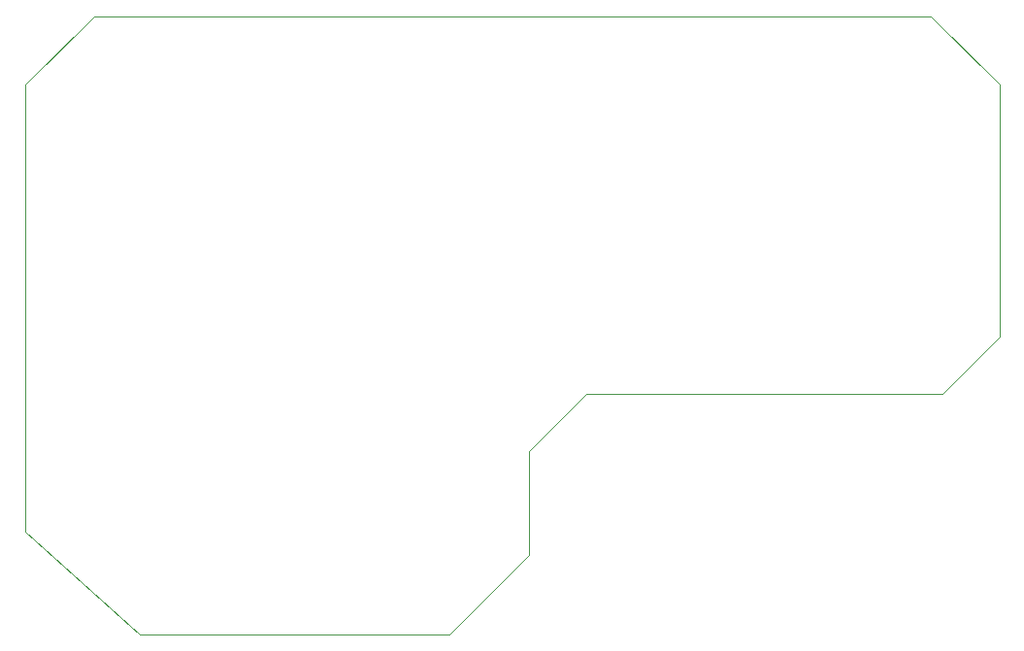
<source format=gbr>
%TF.GenerationSoftware,KiCad,Pcbnew,(6.0.7)*%
%TF.CreationDate,2023-06-25T15:11:42-07:00*%
%TF.ProjectId,WaterSensor,57617465-7253-4656-9e73-6f722e6b6963,rev?*%
%TF.SameCoordinates,Original*%
%TF.FileFunction,Profile,NP*%
%FSLAX46Y46*%
G04 Gerber Fmt 4.6, Leading zero omitted, Abs format (unit mm)*
G04 Created by KiCad (PCBNEW (6.0.7)) date 2023-06-25 15:11:42*
%MOMM*%
%LPD*%
G01*
G04 APERTURE LIST*
%TA.AperFunction,Profile*%
%ADD10C,0.100000*%
%TD*%
G04 APERTURE END LIST*
D10*
X234000000Y-101000000D02*
X239000000Y-96000000D01*
X234000000Y-110000000D02*
X234000000Y-101000000D01*
X227000000Y-117000000D02*
X234000000Y-110000000D01*
X269000000Y-63000000D02*
X275000000Y-69000000D01*
X196000000Y-63000000D02*
X190000000Y-69000000D01*
X200000000Y-117000000D02*
X190000000Y-108000000D01*
X270000000Y-96000000D02*
X275000000Y-91000000D01*
X190000000Y-69000000D02*
X190000000Y-108000000D01*
X275000000Y-91000000D02*
X275000000Y-69000000D01*
X239000000Y-96000000D02*
X270000000Y-96000000D01*
X200000000Y-117000000D02*
X227000000Y-117000000D01*
X269000000Y-63000000D02*
X196000000Y-63000000D01*
M02*

</source>
